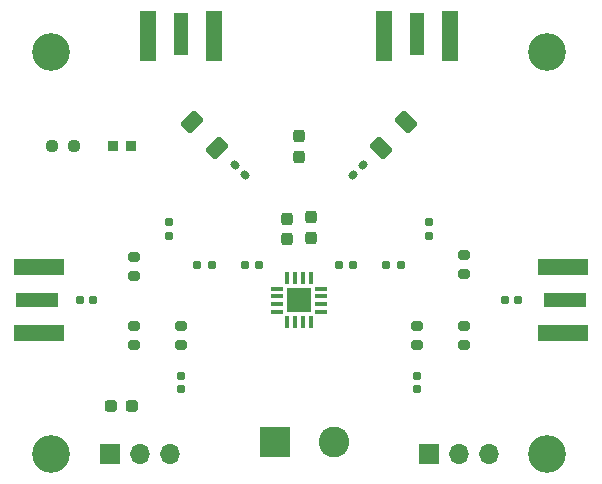
<source format=gbr>
%TF.GenerationSoftware,KiCad,Pcbnew,8.0.2*%
%TF.CreationDate,2025-01-11T01:17:19-03:00*%
%TF.ProjectId,LumiCom_Transmitter,4c756d69-436f-46d5-9f54-72616e736d69,rev?*%
%TF.SameCoordinates,Original*%
%TF.FileFunction,Soldermask,Top*%
%TF.FilePolarity,Negative*%
%FSLAX46Y46*%
G04 Gerber Fmt 4.6, Leading zero omitted, Abs format (unit mm)*
G04 Created by KiCad (PCBNEW 8.0.2) date 2025-01-11 01:17:19*
%MOMM*%
%LPD*%
G01*
G04 APERTURE LIST*
G04 Aperture macros list*
%AMRoundRect*
0 Rectangle with rounded corners*
0 $1 Rounding radius*
0 $2 $3 $4 $5 $6 $7 $8 $9 X,Y pos of 4 corners*
0 Add a 4 corners polygon primitive as box body*
4,1,4,$2,$3,$4,$5,$6,$7,$8,$9,$2,$3,0*
0 Add four circle primitives for the rounded corners*
1,1,$1+$1,$2,$3*
1,1,$1+$1,$4,$5*
1,1,$1+$1,$6,$7*
1,1,$1+$1,$8,$9*
0 Add four rect primitives between the rounded corners*
20,1,$1+$1,$2,$3,$4,$5,0*
20,1,$1+$1,$4,$5,$6,$7,0*
20,1,$1+$1,$6,$7,$8,$9,0*
20,1,$1+$1,$8,$9,$2,$3,0*%
G04 Aperture macros list end*
%ADD10RoundRect,0.155000X-0.040659X-0.259862X0.259862X0.040659X0.040659X0.259862X-0.259862X-0.040659X0*%
%ADD11RoundRect,0.160000X-0.197500X-0.160000X0.197500X-0.160000X0.197500X0.160000X-0.197500X0.160000X0*%
%ADD12RoundRect,0.155000X0.259862X-0.040659X-0.040659X0.259862X-0.259862X0.040659X0.040659X-0.259862X0*%
%ADD13R,3.600000X1.270000*%
%ADD14R,4.200000X1.350000*%
%ADD15C,3.200000*%
%ADD16RoundRect,0.200000X-0.275000X0.200000X-0.275000X-0.200000X0.275000X-0.200000X0.275000X0.200000X0*%
%ADD17R,1.700000X1.700000*%
%ADD18O,1.700000X1.700000*%
%ADD19RoundRect,0.237500X0.250000X0.237500X-0.250000X0.237500X-0.250000X-0.237500X0.250000X-0.237500X0*%
%ADD20RoundRect,0.237500X0.237500X-0.300000X0.237500X0.300000X-0.237500X0.300000X-0.237500X-0.300000X0*%
%ADD21RoundRect,0.155000X-0.155000X0.212500X-0.155000X-0.212500X0.155000X-0.212500X0.155000X0.212500X0*%
%ADD22RoundRect,0.087500X-0.425000X-0.087500X0.425000X-0.087500X0.425000X0.087500X-0.425000X0.087500X0*%
%ADD23RoundRect,0.087500X-0.087500X-0.425000X0.087500X-0.425000X0.087500X0.425000X-0.087500X0.425000X0*%
%ADD24R,2.100000X2.100000*%
%ADD25RoundRect,0.237500X0.287500X0.237500X-0.287500X0.237500X-0.287500X-0.237500X0.287500X-0.237500X0*%
%ADD26R,1.270000X3.600000*%
%ADD27R,1.350000X4.200000*%
%ADD28R,2.600000X2.600000*%
%ADD29C,2.600000*%
%ADD30RoundRect,0.160000X0.197500X0.160000X-0.197500X0.160000X-0.197500X-0.160000X0.197500X-0.160000X0*%
%ADD31R,0.950000X0.950000*%
%ADD32RoundRect,0.155000X-0.212500X-0.155000X0.212500X-0.155000X0.212500X0.155000X-0.212500X0.155000X0*%
%ADD33RoundRect,0.155000X0.155000X-0.212500X0.155000X0.212500X-0.155000X0.212500X-0.155000X-0.212500X0*%
%ADD34RoundRect,0.155000X0.212500X0.155000X-0.212500X0.155000X-0.212500X-0.155000X0.212500X-0.155000X0*%
%ADD35RoundRect,0.250000X0.159099X-0.724784X0.724784X-0.159099X-0.159099X0.724784X-0.724784X0.159099X0*%
%ADD36RoundRect,0.237500X-0.237500X0.300000X-0.237500X-0.300000X0.237500X-0.300000X0.237500X0.300000X0*%
%ADD37RoundRect,0.250000X0.724784X0.159099X0.159099X0.724784X-0.724784X-0.159099X-0.159099X-0.724784X0*%
G04 APERTURE END LIST*
D10*
%TO.C,C10*%
X129598717Y-64401283D03*
X130401283Y-63598717D03*
%TD*%
D11*
%TO.C,R11*%
X120402500Y-72000000D03*
X121597500Y-72000000D03*
%TD*%
D12*
%TO.C,C9*%
X120401283Y-64401283D03*
X119598717Y-63598717D03*
%TD*%
D13*
%TO.C,J2*%
X147537500Y-75000000D03*
D14*
X147337500Y-77825000D03*
X147337500Y-72175000D03*
%TD*%
D15*
%TO.C,H2*%
X146000000Y-88000000D03*
%TD*%
%TO.C,H1*%
X104000000Y-54000000D03*
%TD*%
D16*
%TO.C,R3*%
X135000000Y-77175000D03*
X135000000Y-78825000D03*
%TD*%
D17*
%TO.C,JP_A1*%
X136000000Y-88000000D03*
D18*
X138540000Y-88000000D03*
X141080000Y-88000000D03*
%TD*%
D19*
%TO.C,R6*%
X105912500Y-62000000D03*
X104087500Y-62000000D03*
%TD*%
D11*
%TO.C,R9*%
X116402500Y-72000000D03*
X117597500Y-72000000D03*
%TD*%
D20*
%TO.C,C2*%
X126000000Y-69725001D03*
X126000000Y-68000001D03*
%TD*%
D21*
%TO.C,C11*%
X136000000Y-68432500D03*
X136000000Y-69567500D03*
%TD*%
D16*
%TO.C,R7*%
X115000000Y-77175000D03*
X115000000Y-78825000D03*
%TD*%
D22*
%TO.C,U1*%
X123137500Y-74025000D03*
X123137500Y-74675000D03*
X123137500Y-75325000D03*
X123137500Y-75975000D03*
D23*
X124025000Y-76862500D03*
X124675000Y-76862500D03*
X125325000Y-76862500D03*
X125975000Y-76862500D03*
D22*
X126862500Y-75975000D03*
X126862500Y-75325000D03*
X126862500Y-74675000D03*
X126862500Y-74025000D03*
D23*
X125975000Y-73137500D03*
X125325000Y-73137500D03*
X124675000Y-73137500D03*
X124025000Y-73137500D03*
D24*
X125000000Y-75000000D03*
%TD*%
D17*
%TO.C,JP_A0*%
X109000000Y-88000000D03*
D18*
X111540000Y-88000000D03*
X114080000Y-88000000D03*
%TD*%
D15*
%TO.C,H4*%
X104000000Y-88000000D03*
%TD*%
D25*
%TO.C,L1*%
X110875000Y-84000000D03*
X109125000Y-84000000D03*
%TD*%
D26*
%TO.C,J5*%
X115000000Y-52462500D03*
D27*
X117825000Y-52662500D03*
X112175000Y-52662500D03*
%TD*%
D15*
%TO.C,H3*%
X146000000Y-54000000D03*
%TD*%
D13*
%TO.C,J3*%
X102800000Y-75000000D03*
D14*
X103000000Y-72175000D03*
X103000000Y-77825000D03*
%TD*%
D28*
%TO.C,J1*%
X123000000Y-87000000D03*
D29*
X128000000Y-87000000D03*
%TD*%
D30*
%TO.C,R12*%
X129597500Y-72000000D03*
X128402500Y-72000000D03*
%TD*%
D31*
%TO.C,D1*%
X109250000Y-62000000D03*
X110750000Y-62000000D03*
%TD*%
D20*
%TO.C,C7*%
X124000000Y-69862500D03*
X124000000Y-68137500D03*
%TD*%
D32*
%TO.C,C4*%
X106432500Y-75000000D03*
X107567500Y-75000000D03*
%TD*%
D33*
%TO.C,C6*%
X115000000Y-82567500D03*
X115000000Y-81432500D03*
%TD*%
D34*
%TO.C,C3*%
X143567500Y-75000000D03*
X142432500Y-75000000D03*
%TD*%
D21*
%TO.C,C8*%
X114000000Y-68432500D03*
X114000000Y-69567500D03*
%TD*%
D16*
%TO.C,R5*%
X111000000Y-77175000D03*
X111000000Y-78825000D03*
%TD*%
D35*
%TO.C,R14*%
X131903984Y-62096016D03*
X134096016Y-59903984D03*
%TD*%
D33*
%TO.C,C5*%
X135000000Y-82567500D03*
X135000000Y-81432500D03*
%TD*%
D16*
%TO.C,R1*%
X139000000Y-71175000D03*
X139000000Y-72825000D03*
%TD*%
%TO.C,R2*%
X139000000Y-77175000D03*
X139000000Y-78825000D03*
%TD*%
D36*
%TO.C,C1*%
X125000000Y-61137500D03*
X125000000Y-62862500D03*
%TD*%
D30*
%TO.C,R10*%
X133597500Y-72000000D03*
X132402500Y-72000000D03*
%TD*%
D16*
%TO.C,R4*%
X111000000Y-71350000D03*
X111000000Y-73000000D03*
%TD*%
D37*
%TO.C,R13*%
X118096016Y-62096016D03*
X115903984Y-59903984D03*
%TD*%
D26*
%TO.C,J4*%
X135000000Y-52462500D03*
D27*
X137825000Y-52662500D03*
X132175000Y-52662500D03*
%TD*%
M02*

</source>
